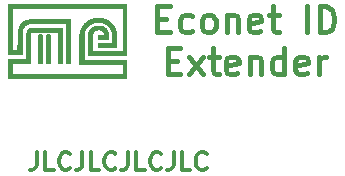
<source format=gbr>
%TF.GenerationSoftware,KiCad,Pcbnew,(6.0.11)*%
%TF.CreationDate,2024-01-05T00:58:30+00:00*%
%TF.ProjectId,Econet_ID_Extender_External,45636f6e-6574-45f4-9944-5f457874656e,rev?*%
%TF.SameCoordinates,Original*%
%TF.FileFunction,Legend,Top*%
%TF.FilePolarity,Positive*%
%FSLAX46Y46*%
G04 Gerber Fmt 4.6, Leading zero omitted, Abs format (unit mm)*
G04 Created by KiCad (PCBNEW (6.0.11)) date 2024-01-05 00:58:30*
%MOMM*%
%LPD*%
G01*
G04 APERTURE LIST*
%ADD10C,0.000000*%
%ADD11C,0.400000*%
%ADD12C,0.300000*%
%ADD13C,0.150000*%
G04 APERTURE END LIST*
D10*
G36*
X137869655Y-90484330D02*
G01*
X137898413Y-90499702D01*
X137898413Y-92956824D01*
X137880580Y-92974621D01*
X137862710Y-92992418D01*
X137502675Y-92992418D01*
X137484842Y-92974621D01*
X137466972Y-92956824D01*
X137466972Y-90500102D01*
X137493017Y-90485015D01*
X137519062Y-90469825D01*
X137679962Y-90469389D01*
X137840898Y-90468955D01*
X137869655Y-90484330D01*
G37*
G36*
X142004132Y-89050000D02*
G01*
X142059340Y-89052826D01*
X142114492Y-89057278D01*
X142169486Y-89063395D01*
X142224218Y-89071216D01*
X142278586Y-89080778D01*
X142332488Y-89092121D01*
X142361397Y-89098279D01*
X142390007Y-89105356D01*
X142418330Y-89113298D01*
X142446380Y-89122048D01*
X142474167Y-89131552D01*
X142501705Y-89141754D01*
X142529005Y-89152599D01*
X142556079Y-89164033D01*
X142609601Y-89188444D01*
X142662368Y-89214546D01*
X142714478Y-89241898D01*
X142766028Y-89270058D01*
X142786702Y-89282627D01*
X142807091Y-89295541D01*
X142827194Y-89308800D01*
X142847009Y-89322408D01*
X142866535Y-89336365D01*
X142885769Y-89350674D01*
X142904711Y-89365337D01*
X142923358Y-89380355D01*
X142941710Y-89395731D01*
X142959764Y-89411467D01*
X142977518Y-89427564D01*
X142994972Y-89444025D01*
X143012123Y-89460851D01*
X143028971Y-89478044D01*
X143045512Y-89495607D01*
X143061746Y-89513541D01*
X143089463Y-89540431D01*
X143116021Y-89568338D01*
X143141463Y-89597196D01*
X143165831Y-89626942D01*
X143189167Y-89657510D01*
X143211515Y-89688835D01*
X143232917Y-89720854D01*
X143253415Y-89753500D01*
X143273053Y-89786711D01*
X143291872Y-89820419D01*
X143309915Y-89854562D01*
X143327225Y-89889074D01*
X143359816Y-89958947D01*
X143389985Y-90029520D01*
X143407866Y-90080836D01*
X143424418Y-90132709D01*
X143439570Y-90185066D01*
X143453255Y-90237832D01*
X143465402Y-90290934D01*
X143475942Y-90344298D01*
X143484805Y-90397851D01*
X143491923Y-90451519D01*
X143491923Y-91621734D01*
X141873592Y-91629401D01*
X141867276Y-91626027D01*
X141861585Y-91622361D01*
X141856490Y-91618417D01*
X141851959Y-91614208D01*
X141847963Y-91609748D01*
X141844473Y-91605051D01*
X141841458Y-91600132D01*
X141838888Y-91595005D01*
X141836734Y-91589682D01*
X141834965Y-91584179D01*
X141833552Y-91578510D01*
X141832465Y-91572688D01*
X141831148Y-91560642D01*
X141830774Y-91548154D01*
X141831105Y-91535336D01*
X141831901Y-91522301D01*
X141833931Y-91496023D01*
X141834687Y-91483006D01*
X141834950Y-91470219D01*
X141834481Y-91457775D01*
X141833042Y-91445785D01*
X141833818Y-91432118D01*
X141834168Y-91418251D01*
X141833926Y-91390074D01*
X141832022Y-91333056D01*
X141831703Y-91304842D01*
X141831994Y-91290947D01*
X141832699Y-91277246D01*
X141833901Y-91263777D01*
X141835683Y-91250581D01*
X141838130Y-91237696D01*
X141841325Y-91225162D01*
X141846604Y-91220438D01*
X141852068Y-91216224D01*
X141857710Y-91212494D01*
X141863518Y-91209220D01*
X141869483Y-91206378D01*
X141875597Y-91203942D01*
X141881849Y-91201884D01*
X141888231Y-91200181D01*
X141901343Y-91197730D01*
X141914857Y-91196382D01*
X141928699Y-91195929D01*
X141942791Y-91196163D01*
X142000156Y-91199817D01*
X142014366Y-91200372D01*
X142028373Y-91200367D01*
X142042101Y-91199597D01*
X142055473Y-91197852D01*
X143060444Y-91191268D01*
X143067476Y-90812913D01*
X143066876Y-90718415D01*
X143063593Y-90624021D01*
X143056760Y-90529763D01*
X143051739Y-90482695D01*
X143045505Y-90435675D01*
X143043808Y-90414094D01*
X143041202Y-90392657D01*
X143037763Y-90371355D01*
X143033566Y-90350183D01*
X143028686Y-90329133D01*
X143023199Y-90308200D01*
X143017180Y-90287376D01*
X143010705Y-90266655D01*
X142996684Y-90225494D01*
X142981740Y-90184664D01*
X142951490Y-90103784D01*
X142936449Y-90074364D01*
X142920664Y-90045357D01*
X142904133Y-90016793D01*
X142886856Y-89988702D01*
X142868830Y-89961113D01*
X142850053Y-89934056D01*
X142830525Y-89907561D01*
X142810243Y-89881658D01*
X142789207Y-89856377D01*
X142767414Y-89831748D01*
X142744863Y-89807800D01*
X142721552Y-89784564D01*
X142697481Y-89762069D01*
X142672646Y-89740345D01*
X142647047Y-89719422D01*
X142620683Y-89699329D01*
X142605252Y-89688036D01*
X142589516Y-89677068D01*
X142573494Y-89666419D01*
X142557209Y-89656085D01*
X142523927Y-89636348D01*
X142489837Y-89617823D01*
X142455103Y-89600476D01*
X142419891Y-89584275D01*
X142384367Y-89569186D01*
X142348695Y-89555176D01*
X142257299Y-89530668D01*
X142210690Y-89519855D01*
X142163545Y-89510172D01*
X142115918Y-89501744D01*
X142067862Y-89494698D01*
X142019432Y-89489161D01*
X141970681Y-89485259D01*
X141921662Y-89483118D01*
X141872430Y-89482866D01*
X141823038Y-89484628D01*
X141773540Y-89488531D01*
X141723989Y-89494701D01*
X141674439Y-89503266D01*
X141624945Y-89514351D01*
X141575559Y-89528082D01*
X141541362Y-89536648D01*
X141507625Y-89546580D01*
X141474353Y-89557815D01*
X141441554Y-89570295D01*
X141409235Y-89583958D01*
X141377404Y-89598743D01*
X141346068Y-89614590D01*
X141315234Y-89631438D01*
X141284909Y-89649226D01*
X141255101Y-89667893D01*
X141225816Y-89687380D01*
X141197063Y-89707625D01*
X141168848Y-89728567D01*
X141141179Y-89750145D01*
X141114062Y-89772300D01*
X141087505Y-89794970D01*
X141054263Y-89829148D01*
X141021743Y-89863869D01*
X140990197Y-89899322D01*
X140974867Y-89917383D01*
X140959874Y-89935698D01*
X140945251Y-89954290D01*
X140931028Y-89973184D01*
X140917236Y-89992403D01*
X140903908Y-90011970D01*
X140891073Y-90031910D01*
X140878765Y-90052246D01*
X140867013Y-90073000D01*
X140855850Y-90094198D01*
X140842530Y-90121351D01*
X140830038Y-90148892D01*
X140818351Y-90176792D01*
X140807451Y-90205025D01*
X140797315Y-90233561D01*
X140787924Y-90262374D01*
X140779257Y-90291435D01*
X140771292Y-90320717D01*
X140764010Y-90350191D01*
X140757389Y-90379830D01*
X140746050Y-90439492D01*
X140737109Y-90499480D01*
X140730401Y-90559570D01*
X140737888Y-92272784D01*
X140739408Y-92621714D01*
X140739517Y-92645986D01*
X144349740Y-92661431D01*
X144349740Y-94253138D01*
X134269741Y-94253138D01*
X134269741Y-92550524D01*
X135783023Y-92532291D01*
X135784904Y-92230207D01*
X135789788Y-91452403D01*
X135796552Y-90372481D01*
X135822271Y-90283855D01*
X135847954Y-90195195D01*
X135870816Y-90150232D01*
X135893642Y-90105266D01*
X135945406Y-90041530D01*
X135955220Y-90029171D01*
X135964866Y-90016809D01*
X135974589Y-90004656D01*
X135979556Y-89998723D01*
X135984634Y-89992922D01*
X135989854Y-89987278D01*
X135995247Y-89981818D01*
X136000843Y-89976567D01*
X136006673Y-89971553D01*
X136012768Y-89966802D01*
X136019158Y-89962340D01*
X136025873Y-89958194D01*
X136029363Y-89956247D01*
X136032946Y-89954389D01*
X136068758Y-89930982D01*
X136124393Y-89911196D01*
X136180063Y-89891372D01*
X137536063Y-89890723D01*
X138892063Y-89890071D01*
X138901107Y-89913546D01*
X138910114Y-89937023D01*
X138910114Y-92956824D01*
X138892280Y-92974657D01*
X138874411Y-92992454D01*
X138695135Y-92992202D01*
X138515859Y-92991984D01*
X138497338Y-92980263D01*
X138478817Y-92968544D01*
X138477732Y-92596825D01*
X138476756Y-92253357D01*
X138475019Y-91648246D01*
X138471221Y-90327951D01*
X136269304Y-90327951D01*
X136263400Y-90335259D01*
X136258287Y-90342158D01*
X136253899Y-90348711D01*
X136250173Y-90354983D01*
X136247045Y-90361040D01*
X136244451Y-90366945D01*
X136242327Y-90372763D01*
X136240610Y-90378559D01*
X136239234Y-90384397D01*
X136238137Y-90390342D01*
X136237254Y-90396459D01*
X136236522Y-90402812D01*
X136233817Y-90431879D01*
X136232949Y-91679502D01*
X136232587Y-92234041D01*
X136232370Y-92572119D01*
X136232117Y-92927126D01*
X136214284Y-92944960D01*
X136196450Y-92962757D01*
X134649273Y-92952374D01*
X134649273Y-93849224D01*
X143970172Y-93849224D01*
X143970172Y-93091896D01*
X140314767Y-93083757D01*
X140309698Y-93073255D01*
X140305152Y-93062658D01*
X140297526Y-93041199D01*
X140291686Y-93019417D01*
X140287426Y-92997349D01*
X140284542Y-92975033D01*
X140282829Y-92952505D01*
X140282083Y-92929803D01*
X140282099Y-92906963D01*
X140283598Y-92861017D01*
X140285691Y-92814965D01*
X140286739Y-92769101D01*
X140286359Y-92746333D01*
X140285105Y-92723723D01*
X140285611Y-92616719D01*
X140287239Y-92268913D01*
X140291345Y-91353582D01*
X140298525Y-90438570D01*
X140313569Y-90357480D01*
X140331554Y-90277002D01*
X140341697Y-90237050D01*
X140352630Y-90197320D01*
X140364375Y-90157835D01*
X140376948Y-90118618D01*
X140390369Y-90079693D01*
X140404657Y-90041083D01*
X140419830Y-90002811D01*
X140435908Y-89964899D01*
X140452908Y-89927372D01*
X140470850Y-89890252D01*
X140489752Y-89853562D01*
X140509634Y-89817326D01*
X140534195Y-89780680D01*
X140559317Y-89744140D01*
X140585049Y-89707859D01*
X140611445Y-89671990D01*
X140638554Y-89636684D01*
X140666430Y-89602095D01*
X140695123Y-89568376D01*
X140724685Y-89535679D01*
X140812483Y-89459108D01*
X140856622Y-89421151D01*
X140901451Y-89384150D01*
X140924248Y-89366179D01*
X140947367Y-89348654D01*
X140970857Y-89331642D01*
X140994767Y-89315214D01*
X141019148Y-89299438D01*
X141044049Y-89284382D01*
X141069519Y-89270116D01*
X141095608Y-89256709D01*
X141117537Y-89243933D01*
X141139755Y-89231597D01*
X141184992Y-89208228D01*
X141231180Y-89186571D01*
X141278182Y-89166591D01*
X141325859Y-89148255D01*
X141374073Y-89131532D01*
X141422686Y-89116388D01*
X141471560Y-89102790D01*
X141521681Y-89091447D01*
X141572773Y-89081351D01*
X141624733Y-89072540D01*
X141677458Y-89065051D01*
X141730846Y-89058922D01*
X141784793Y-89054191D01*
X141839199Y-89050896D01*
X141893959Y-89049073D01*
X141948970Y-89048762D01*
X142004132Y-89050000D01*
G37*
G36*
X137190679Y-90492287D02*
G01*
X137214047Y-90515619D01*
X137214047Y-92956824D01*
X137196213Y-92974621D01*
X137178344Y-92992418D01*
X136829667Y-92992418D01*
X136806118Y-92983446D01*
X136782606Y-92974405D01*
X136782606Y-90500102D01*
X136808614Y-90485015D01*
X136808614Y-90484979D01*
X136834659Y-90469825D01*
X137000985Y-90469389D01*
X137167310Y-90468955D01*
X137190679Y-90492287D01*
G37*
G36*
X144349740Y-92303819D02*
G01*
X143723878Y-92299807D01*
X143006546Y-92292279D01*
X141940081Y-92280591D01*
X141022213Y-92274918D01*
X141018004Y-91371795D01*
X141016283Y-90920283D01*
X141017220Y-90469101D01*
X141040061Y-90377735D01*
X141051953Y-90332235D01*
X141065087Y-90287225D01*
X141072338Y-90264988D01*
X141080160Y-90242978D01*
X141088641Y-90221226D01*
X141097867Y-90199769D01*
X141107927Y-90178640D01*
X141118906Y-90157874D01*
X141130892Y-90137505D01*
X141143972Y-90117567D01*
X141197323Y-90047570D01*
X141224461Y-90012752D01*
X141238401Y-89995696D01*
X141252686Y-89978993D01*
X141267389Y-89962732D01*
X141282583Y-89947000D01*
X141298340Y-89931885D01*
X141314735Y-89917476D01*
X141331840Y-89903860D01*
X141349727Y-89891126D01*
X141368471Y-89879362D01*
X141378187Y-89873871D01*
X141388144Y-89868655D01*
X141414786Y-89850178D01*
X141443297Y-89832688D01*
X141505448Y-89800805D01*
X141573655Y-89773278D01*
X141646974Y-89750381D01*
X141724461Y-89732386D01*
X141805171Y-89719566D01*
X141888162Y-89712195D01*
X141972490Y-89710546D01*
X142057210Y-89714890D01*
X142141380Y-89725503D01*
X142224055Y-89742656D01*
X142264537Y-89753770D01*
X142304291Y-89766622D01*
X142343200Y-89781246D01*
X142381146Y-89797675D01*
X142418010Y-89815945D01*
X142453674Y-89836088D01*
X142488021Y-89858139D01*
X142520933Y-89882133D01*
X142552292Y-89908103D01*
X142581979Y-89936083D01*
X142597171Y-89948040D01*
X142611339Y-89960883D01*
X142624560Y-89974533D01*
X142636910Y-89988912D01*
X142648467Y-90003945D01*
X142659306Y-90019552D01*
X142669504Y-90035657D01*
X142679138Y-90052183D01*
X142688284Y-90069050D01*
X142697019Y-90086183D01*
X142713562Y-90120933D01*
X142745084Y-90190203D01*
X142751316Y-90209386D01*
X142757051Y-90228634D01*
X142762289Y-90247945D01*
X142767030Y-90267319D01*
X142771274Y-90286758D01*
X142775022Y-90306260D01*
X142778273Y-90325825D01*
X142781028Y-90345454D01*
X142783286Y-90365147D01*
X142785048Y-90384903D01*
X142786313Y-90404722D01*
X142787083Y-90424604D01*
X142787356Y-90444550D01*
X142787133Y-90464559D01*
X142786415Y-90484632D01*
X142785200Y-90504767D01*
X142784493Y-90553952D01*
X142784651Y-90603353D01*
X142785877Y-90702385D01*
X142786102Y-90751804D01*
X142785508Y-90801018D01*
X142783671Y-90849920D01*
X142780173Y-90898406D01*
X142778588Y-90905314D01*
X142776616Y-90911579D01*
X142774276Y-90917230D01*
X142771585Y-90922297D01*
X142768560Y-90926809D01*
X142765220Y-90930795D01*
X142761582Y-90934285D01*
X142757663Y-90937309D01*
X142753482Y-90939895D01*
X142749056Y-90942073D01*
X142744403Y-90943873D01*
X142739540Y-90945324D01*
X142734485Y-90946456D01*
X142729256Y-90947297D01*
X142718345Y-90948227D01*
X142706950Y-90948350D01*
X142695212Y-90947900D01*
X142671271Y-90946227D01*
X142659352Y-90945474D01*
X142647655Y-90945091D01*
X142636321Y-90945313D01*
X142625494Y-90946375D01*
X141883613Y-90946375D01*
X141877786Y-90942184D01*
X141872555Y-90937747D01*
X141867890Y-90933077D01*
X141863761Y-90928184D01*
X141860141Y-90923081D01*
X141856998Y-90917780D01*
X141854305Y-90912294D01*
X141852033Y-90906634D01*
X141850152Y-90900812D01*
X141848633Y-90894840D01*
X141847447Y-90888730D01*
X141846565Y-90882495D01*
X141845596Y-90869696D01*
X141845493Y-90856539D01*
X141846024Y-90843120D01*
X141846955Y-90829536D01*
X141849087Y-90802256D01*
X141849822Y-90788754D01*
X141850026Y-90775471D01*
X141849466Y-90762505D01*
X141847909Y-90749951D01*
X141848875Y-90735291D01*
X141849249Y-90720521D01*
X141849162Y-90705666D01*
X141848747Y-90690750D01*
X141846426Y-90630966D01*
X141846339Y-90616111D01*
X141846713Y-90601341D01*
X141847679Y-90586681D01*
X141849369Y-90572154D01*
X141851914Y-90557785D01*
X141855445Y-90543599D01*
X141860095Y-90529620D01*
X141862881Y-90522715D01*
X141865995Y-90515871D01*
X142338893Y-90515871D01*
X142337776Y-90499976D01*
X142337471Y-90483833D01*
X142337763Y-90467507D01*
X142338435Y-90451065D01*
X142340053Y-90418098D01*
X142340566Y-90401706D01*
X142340593Y-90385463D01*
X142339919Y-90369435D01*
X142338326Y-90353689D01*
X142335598Y-90338291D01*
X142333741Y-90330744D01*
X142331519Y-90323308D01*
X142328905Y-90315992D01*
X142325873Y-90308805D01*
X142322394Y-90301755D01*
X142318442Y-90294849D01*
X142313991Y-90288097D01*
X142309012Y-90281507D01*
X142303479Y-90275086D01*
X142297364Y-90268844D01*
X142290150Y-90257585D01*
X142281613Y-90246725D01*
X142271826Y-90236274D01*
X142260862Y-90226242D01*
X142248791Y-90216640D01*
X142235686Y-90207477D01*
X142206660Y-90190509D01*
X142174360Y-90175419D01*
X142139361Y-90162287D01*
X142102238Y-90151194D01*
X142063566Y-90142219D01*
X142023921Y-90135444D01*
X141983877Y-90130948D01*
X141944010Y-90128812D01*
X141904895Y-90129116D01*
X141867108Y-90131941D01*
X141831222Y-90137367D01*
X141797814Y-90145475D01*
X141782219Y-90150559D01*
X141767460Y-90156344D01*
X141757857Y-90158663D01*
X141748421Y-90161303D01*
X141739147Y-90164254D01*
X141730032Y-90167503D01*
X141721069Y-90171037D01*
X141712255Y-90174847D01*
X141695055Y-90183243D01*
X141678394Y-90192596D01*
X141662236Y-90202813D01*
X141646544Y-90213799D01*
X141631281Y-90225462D01*
X141616410Y-90237706D01*
X141601895Y-90250438D01*
X141587698Y-90263564D01*
X141573784Y-90276991D01*
X141546655Y-90304369D01*
X141520213Y-90331822D01*
X141506685Y-90361131D01*
X141492758Y-90390354D01*
X141479364Y-90419696D01*
X141473158Y-90434474D01*
X141467435Y-90449357D01*
X141462311Y-90464372D01*
X141457902Y-90479543D01*
X141454326Y-90494895D01*
X141451698Y-90510455D01*
X141450135Y-90526246D01*
X141449754Y-90542296D01*
X141450043Y-90550425D01*
X141450671Y-90558628D01*
X141451652Y-90566908D01*
X141453002Y-90575269D01*
X141444575Y-91852013D01*
X143970172Y-91859430D01*
X143970172Y-88290152D01*
X134649273Y-88290152D01*
X134649273Y-91768958D01*
X135049352Y-91767837D01*
X135057817Y-91018214D01*
X135066317Y-90268590D01*
X135090807Y-90142417D01*
X135115296Y-90016243D01*
X135146840Y-89919769D01*
X135178311Y-89823258D01*
X135223202Y-89731667D01*
X135235110Y-89707472D01*
X135247156Y-89683705D01*
X135259616Y-89660428D01*
X135266087Y-89648992D01*
X135272766Y-89637702D01*
X135279686Y-89626565D01*
X135286883Y-89615589D01*
X135294390Y-89604782D01*
X135302243Y-89594152D01*
X135310476Y-89583705D01*
X135319123Y-89573451D01*
X135328220Y-89563396D01*
X135337800Y-89553548D01*
X135355764Y-89532142D01*
X135374967Y-89510806D01*
X135395336Y-89489627D01*
X135416800Y-89468691D01*
X135439284Y-89448084D01*
X135462717Y-89427893D01*
X135487026Y-89408204D01*
X135512138Y-89389102D01*
X135537981Y-89370674D01*
X135564482Y-89353006D01*
X135591569Y-89336184D01*
X135619169Y-89320294D01*
X135647210Y-89305422D01*
X135675618Y-89291655D01*
X135704322Y-89279078D01*
X135733248Y-89267779D01*
X135845784Y-89221041D01*
X136075920Y-89156509D01*
X137814491Y-89151733D01*
X139553097Y-89146959D01*
X139573789Y-89164070D01*
X139594481Y-89181214D01*
X139594481Y-92956824D01*
X139576647Y-92974657D01*
X139558814Y-92992454D01*
X139198743Y-92992454D01*
X139180908Y-92974657D01*
X139163039Y-92956824D01*
X139163039Y-89593195D01*
X136147616Y-89593195D01*
X136032548Y-89622567D01*
X135917480Y-89651940D01*
X135842854Y-89692455D01*
X135768228Y-89732968D01*
X135710206Y-89790845D01*
X135652184Y-89848761D01*
X135607401Y-89939954D01*
X135562618Y-90031075D01*
X135530496Y-90164701D01*
X135498410Y-90298288D01*
X135489584Y-91247374D01*
X135481119Y-92221237D01*
X134875431Y-92220728D01*
X134269741Y-92217184D01*
X134269741Y-87886240D01*
X144349740Y-87886240D01*
X144349740Y-92303819D01*
G37*
D11*
X146906036Y-89141546D02*
X147639370Y-89141546D01*
X147953655Y-90293927D02*
X146906036Y-90293927D01*
X146906036Y-88093927D01*
X147953655Y-88093927D01*
X149839370Y-90189165D02*
X149629846Y-90293927D01*
X149210798Y-90293927D01*
X149001274Y-90189165D01*
X148896512Y-90084403D01*
X148791751Y-89874879D01*
X148791751Y-89246308D01*
X148896512Y-89036784D01*
X149001274Y-88932022D01*
X149210798Y-88827260D01*
X149629846Y-88827260D01*
X149839370Y-88932022D01*
X151096512Y-90293927D02*
X150886989Y-90189165D01*
X150782227Y-90084403D01*
X150677465Y-89874879D01*
X150677465Y-89246308D01*
X150782227Y-89036784D01*
X150886989Y-88932022D01*
X151096512Y-88827260D01*
X151410798Y-88827260D01*
X151620322Y-88932022D01*
X151725084Y-89036784D01*
X151829846Y-89246308D01*
X151829846Y-89874879D01*
X151725084Y-90084403D01*
X151620322Y-90189165D01*
X151410798Y-90293927D01*
X151096512Y-90293927D01*
X152772703Y-88827260D02*
X152772703Y-90293927D01*
X152772703Y-89036784D02*
X152877465Y-88932022D01*
X153086989Y-88827260D01*
X153401274Y-88827260D01*
X153610798Y-88932022D01*
X153715560Y-89141546D01*
X153715560Y-90293927D01*
X155601274Y-90189165D02*
X155391751Y-90293927D01*
X154972703Y-90293927D01*
X154763179Y-90189165D01*
X154658417Y-89979641D01*
X154658417Y-89141546D01*
X154763179Y-88932022D01*
X154972703Y-88827260D01*
X155391751Y-88827260D01*
X155601274Y-88932022D01*
X155706036Y-89141546D01*
X155706036Y-89351069D01*
X154658417Y-89560593D01*
X156334608Y-88827260D02*
X157172703Y-88827260D01*
X156648893Y-88093927D02*
X156648893Y-89979641D01*
X156753655Y-90189165D01*
X156963179Y-90293927D01*
X157172703Y-90293927D01*
X159582227Y-90293927D02*
X159582227Y-88093927D01*
X160629846Y-90293927D02*
X160629846Y-88093927D01*
X161153655Y-88093927D01*
X161467941Y-88198689D01*
X161677465Y-88408212D01*
X161782227Y-88617736D01*
X161886989Y-89036784D01*
X161886989Y-89351069D01*
X161782227Y-89770117D01*
X161677465Y-89979641D01*
X161467941Y-90189165D01*
X161153655Y-90293927D01*
X160629846Y-90293927D01*
X147796512Y-92683546D02*
X148529846Y-92683546D01*
X148844132Y-93835927D02*
X147796512Y-93835927D01*
X147796512Y-91635927D01*
X148844132Y-91635927D01*
X149577465Y-93835927D02*
X150729846Y-92369260D01*
X149577465Y-92369260D02*
X150729846Y-93835927D01*
X151253655Y-92369260D02*
X152091751Y-92369260D01*
X151567941Y-91635927D02*
X151567941Y-93521641D01*
X151672703Y-93731165D01*
X151882227Y-93835927D01*
X152091751Y-93835927D01*
X153663179Y-93731165D02*
X153453655Y-93835927D01*
X153034608Y-93835927D01*
X152825084Y-93731165D01*
X152720322Y-93521641D01*
X152720322Y-92683546D01*
X152825084Y-92474022D01*
X153034608Y-92369260D01*
X153453655Y-92369260D01*
X153663179Y-92474022D01*
X153767941Y-92683546D01*
X153767941Y-92893069D01*
X152720322Y-93102593D01*
X154710798Y-92369260D02*
X154710798Y-93835927D01*
X154710798Y-92578784D02*
X154815560Y-92474022D01*
X155025084Y-92369260D01*
X155339370Y-92369260D01*
X155548893Y-92474022D01*
X155653655Y-92683546D01*
X155653655Y-93835927D01*
X157644132Y-93835927D02*
X157644132Y-91635927D01*
X157644132Y-93731165D02*
X157434608Y-93835927D01*
X157015560Y-93835927D01*
X156806036Y-93731165D01*
X156701274Y-93626403D01*
X156596512Y-93416879D01*
X156596512Y-92788308D01*
X156701274Y-92578784D01*
X156806036Y-92474022D01*
X157015560Y-92369260D01*
X157434608Y-92369260D01*
X157644132Y-92474022D01*
X159529846Y-93731165D02*
X159320322Y-93835927D01*
X158901274Y-93835927D01*
X158691751Y-93731165D01*
X158586989Y-93521641D01*
X158586989Y-92683546D01*
X158691751Y-92474022D01*
X158901274Y-92369260D01*
X159320322Y-92369260D01*
X159529846Y-92474022D01*
X159634608Y-92683546D01*
X159634608Y-92893069D01*
X158586989Y-93102593D01*
X160577465Y-93835927D02*
X160577465Y-92369260D01*
X160577465Y-92788308D02*
X160682227Y-92578784D01*
X160786989Y-92474022D01*
X160996512Y-92369260D01*
X161206036Y-92369260D01*
D12*
X136701428Y-100448571D02*
X136701428Y-101520000D01*
X136630000Y-101734285D01*
X136487142Y-101877142D01*
X136272857Y-101948571D01*
X136130000Y-101948571D01*
X138130000Y-101948571D02*
X137415714Y-101948571D01*
X137415714Y-100448571D01*
X139487142Y-101805714D02*
X139415714Y-101877142D01*
X139201428Y-101948571D01*
X139058571Y-101948571D01*
X138844285Y-101877142D01*
X138701428Y-101734285D01*
X138630000Y-101591428D01*
X138558571Y-101305714D01*
X138558571Y-101091428D01*
X138630000Y-100805714D01*
X138701428Y-100662857D01*
X138844285Y-100520000D01*
X139058571Y-100448571D01*
X139201428Y-100448571D01*
X139415714Y-100520000D01*
X139487142Y-100591428D01*
X140558571Y-100448571D02*
X140558571Y-101520000D01*
X140487142Y-101734285D01*
X140344285Y-101877142D01*
X140130000Y-101948571D01*
X139987142Y-101948571D01*
X141987142Y-101948571D02*
X141272857Y-101948571D01*
X141272857Y-100448571D01*
X143344285Y-101805714D02*
X143272857Y-101877142D01*
X143058571Y-101948571D01*
X142915714Y-101948571D01*
X142701428Y-101877142D01*
X142558571Y-101734285D01*
X142487142Y-101591428D01*
X142415714Y-101305714D01*
X142415714Y-101091428D01*
X142487142Y-100805714D01*
X142558571Y-100662857D01*
X142701428Y-100520000D01*
X142915714Y-100448571D01*
X143058571Y-100448571D01*
X143272857Y-100520000D01*
X143344285Y-100591428D01*
X144415714Y-100448571D02*
X144415714Y-101520000D01*
X144344285Y-101734285D01*
X144201428Y-101877142D01*
X143987142Y-101948571D01*
X143844285Y-101948571D01*
X145844285Y-101948571D02*
X145130000Y-101948571D01*
X145130000Y-100448571D01*
X147201428Y-101805714D02*
X147130000Y-101877142D01*
X146915714Y-101948571D01*
X146772857Y-101948571D01*
X146558571Y-101877142D01*
X146415714Y-101734285D01*
X146344285Y-101591428D01*
X146272857Y-101305714D01*
X146272857Y-101091428D01*
X146344285Y-100805714D01*
X146415714Y-100662857D01*
X146558571Y-100520000D01*
X146772857Y-100448571D01*
X146915714Y-100448571D01*
X147130000Y-100520000D01*
X147201428Y-100591428D01*
X148272857Y-100448571D02*
X148272857Y-101520000D01*
X148201428Y-101734285D01*
X148058571Y-101877142D01*
X147844285Y-101948571D01*
X147701428Y-101948571D01*
X149701428Y-101948571D02*
X148987142Y-101948571D01*
X148987142Y-100448571D01*
X151058571Y-101805714D02*
X150987142Y-101877142D01*
X150772857Y-101948571D01*
X150630000Y-101948571D01*
X150415714Y-101877142D01*
X150272857Y-101734285D01*
X150201428Y-101591428D01*
X150130000Y-101305714D01*
X150130000Y-101091428D01*
X150201428Y-100805714D01*
X150272857Y-100662857D01*
X150415714Y-100520000D01*
X150630000Y-100448571D01*
X150772857Y-100448571D01*
X150987142Y-100520000D01*
X151058571Y-100591428D01*
D13*
%TO.C,*%
%TD*%
M02*

</source>
